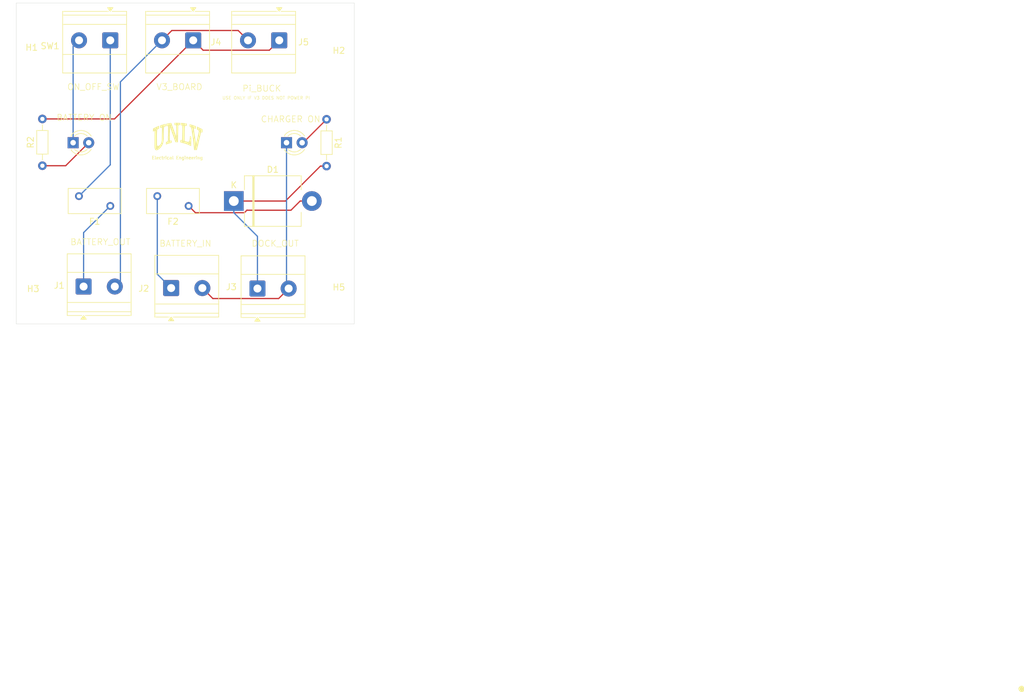
<source format=kicad_pcb>
(kicad_pcb (version 20241229) (generator "pcbnew") (generator_version "9.0")
  (layers (0 "F.Cu" signal) (2 "B.Cu" signal) (13 "F.Paste" user) (15 "B.Paste" user) (5 "F.SilkS" user "F.Silkscreen") (7 "B.SilkS" user "B.Silkscreen") (1 "F.Mask" user) (3 "B.Mask" user) (25 "Edge.Cuts" user))
  (net 0 "")
  (net 1 "DOCK_OUT+")
  (net 2 "GND")
  (net 3 "Net-(D1-A)")
  (net 4 "Net-(SW1-A)")
  (net 5 "/BAT_OUT+")
  (net 6 "/BAT_IN+")
  (net 7 "/BAT_IN-")
  (net 8 "VBAT_ready")
  (net 9 "Net-(LED1-A)")
  (net 10 "Net-(LED2-K)")
  (net 11 "Net-(LED2-A)")
  (footprint "Resistor_THT:R_Axial_DIN0204_L3.6mm_D1.6mm_P7.62mm_Horizontal" (layer "F.Cu") (at 101.75 64.25 90)
    (property "Reference" "R2" (at 3.81 -1.92 90) (layer "F.SilkS"))
    (property "Value" "2.2k")
    (fp_line (start 5.73 -0.92) (end 1.89 -0.92) (stroke (width 0.12)) (layer "F.SilkS"))
    (fp_line (start 1.89 -0.92) (end 1.89 0.92) (stroke (width 0.12)) (layer "F.SilkS"))
    (fp_line (start 6.68 0) (end 5.73 0) (stroke (width 0.12)) (layer "F.SilkS"))
    (fp_line (start 0.94 0) (end 1.89 0) (stroke (width 0.12)) (layer "F.SilkS"))
    (fp_line (start 5.73 0.92) (end 5.73 -0.92) (stroke (width 0.12)) (layer "F.SilkS"))
    (fp_line (start 1.89 0.92) (end 5.73 0.92) (stroke (width 0.12)) (layer "F.SilkS"))
    (pad "1" thru_hole circle (at 0 0 90) (size 1.4 1.4) (drill 0.7) (layers "*.Cu" "*.Mask") (net 11 "Net-(LED2-A)"))
    (pad "2" thru_hole oval (at 7.62 0 90) (size 1.4 1.4) (drill 0.7) (layers "*.Cu" "*.Mask") (net 8 "VBAT_ready"))
  )
  (footprint "Diode_THT:D_5KPW_P12.70mm_Horizontal" (layer "F.Cu") (at 132.9 70)
    (property "Reference" "D1" (at 6.35 -5.12 0) (layer "F.SilkS"))
    (property "Value" "D_Schottky")
    (fp_line (start 1.73 -4.12) (end 10.97 -4.12) (stroke (width 0.12)) (layer "F.SilkS"))
    (fp_line (start 1.73 -1.84) (end 1.73 -4.12) (stroke (width 0.12)) (layer "F.SilkS"))
    (fp_line (start 1.73 1.84) (end 1.73 4.12) (stroke (width 0.12)) (layer "F.SilkS"))
    (fp_line (start 1.73 4.12) (end 10.97 4.12) (stroke (width 0.12)) (layer "F.SilkS"))
    (fp_line (start 3.08 -4.12) (end 3.08 4.12) (stroke (width 0.12)) (layer "F.SilkS"))
    (fp_line (start 3.2 -4.12) (end 3.2 4.12) (stroke (width 0.12)) (layer "F.SilkS"))
    (fp_line (start 3.32 -4.12) (end 3.32 4.12) (stroke (width 0.12)) (layer "F.SilkS"))
    (fp_line (start 10.97 -4.12) (end 10.97 -1.84) (stroke (width 0.12)) (layer "F.SilkS"))
    (fp_line (start 10.97 4.12) (end 10.97 1.84) (stroke (width 0.12)) (layer "F.SilkS"))
    (fp_text user "K" (at 0 -2.6 0) (layer "F.SilkS"))
    (pad "1" thru_hole rect (at 0 0) (size 3.2 3.2) (drill 1.6) (layers "*.Cu" "*.Mask") (net 1 "DOCK_OUT+"))
    (pad "2" thru_hole oval (at 12.7 0) (size 3.2 3.2) (drill 1.6) (layers "*.Cu" "*.Mask") (net 3 "Net-(D1-A)"))
  )
  (footprint "MountingHole:MountingHole_2.1mm" (layer "F.Cu") (at 100.25 87.5)
    (property "Reference" "H3" (at 0 -3.2 0) (layer "F.SilkS"))
    (property "Value" "MountingHole")
    (pad "" np_thru_hole circle (at 0 0) (size 2.1 2.1) (drill 2.1) (layers "*.Cu" "*.Mask"))
  )
  (footprint "Resistor_THT:R_Axial_DIN0204_L3.6mm_D1.6mm_P7.62mm_Horizontal" (layer "F.Cu") (at 148 56.69 -90)
    (property "Reference" "R1" (at 3.81 -1.92 90) (layer "F.SilkS"))
    (property "Value" "2.2k")
    (fp_line (start 1.89 0.92) (end 5.73 0.92) (stroke (width 0.12)) (layer "F.SilkS"))
    (fp_line (start 5.73 0.92) (end 5.73 -0.92) (stroke (width 0.12)) (layer "F.SilkS"))
    (fp_line (start 0.94 0) (end 1.89 0) (stroke (width 0.12)) (layer "F.SilkS"))
    (fp_line (start 6.68 0) (end 5.73 0) (stroke (width 0.12)) (layer "F.SilkS"))
    (fp_line (start 1.89 -0.92) (end 1.89 0.92) (stroke (width 0.12)) (layer "F.SilkS"))
    (fp_line (start 5.73 -0.92) (end 1.89 -0.92) (stroke (width 0.12)) (layer "F.SilkS"))
    (pad "1" thru_hole circle (at 0 0 270) (size 1.4 1.4) (drill 0.7) (layers "*.Cu" "*.Mask") (net 9 "Net-(LED1-A)"))
    (pad "2" thru_hole oval (at 7.62 0 270) (size 1.4 1.4) (drill 0.7) (layers "*.Cu" "*.Mask") (net 1 "DOCK_OUT+"))
  )
  (footprint "TerminalBlock_Phoenix:TerminalBlock_Phoenix_MKDS-1,5-2-5.08_1x02_P5.08mm_Horizontal" (layer "F.Cu") (at 122.705 84.1725)
    (property "Reference" "J2" (at -4.455 0.0775 0) (layer "F.SilkS"))
    (property "Value" "Battery_INPUT")
    (fp_line (start -2.66 -5.32) (end -2.66 4.72) (stroke (width 0.12)) (layer "F.SilkS"))
    (fp_line (start -2.66 -5.32) (end 7.74 -5.32) (stroke (width 0.12)) (layer "F.SilkS"))
    (fp_line (start -2.66 -2.3) (end 7.74 -2.3) (stroke (width 0.12)) (layer "F.SilkS"))
    (fp_line (start -2.66 2.6) (end 7.74 2.6) (stroke (width 0.12)) (layer "F.SilkS"))
    (fp_line (start -2.66 4.1) (end 7.74 4.1) (stroke (width 0.12)) (layer "F.SilkS"))
    (fp_line (start -2.66 4.72) (end -0.3 4.72) (stroke (width 0.12)) (layer "F.SilkS"))
    (fp_line (start 0.3 4.72) (end 7.74 4.72) (stroke (width 0.12)) (layer "F.SilkS"))
    (fp_line (start 7.74 -5.32) (end 7.74 4.72) (stroke (width 0.12)) (layer "F.SilkS"))
    (fp_poly (pts (xy 0 4.72) (xy 0.44 5.33) (xy -0.44 5.33)) (stroke (width 0.12)) (fill yes) (layer "F.SilkS"))
    (pad "1" thru_hole roundrect (at 0 0) (size 2.6 2.6) (drill 1.3) (layers "*.Cu" "*.Mask") (roundrect_rratio 0.096154) (net 6 "/BAT_IN+"))
    (pad "2" thru_hole circle (at 5.08 0) (size 2.6 2.6) (drill 1.3) (layers "*.Cu" "*.Mask") (net 7 "/BAT_IN-"))
  )
  (footprint "TerminalBlock_Phoenix:TerminalBlock_Phoenix_MKDS-1,5-2-5.08_1x02_P5.08mm_Horizontal" (layer "F.Cu") (at 126.295 43.8275 180)
    (property "Reference" "J4" (at -3.705 -0.3 0) (layer "F.SilkS"))
    (property "Value" "Motor_Driver1")
    (fp_line (start 7.74 -5.32) (end 7.74 4.72) (stroke (width 0.12)) (layer "F.SilkS"))
    (fp_line (start 0.3 4.72) (end 7.74 4.72) (stroke (width 0.12)) (layer "F.SilkS"))
    (fp_line (start -2.66 4.72) (end -0.3 4.72) (stroke (width 0.12)) (layer "F.SilkS"))
    (fp_line (start -2.66 4.1) (end 7.74 4.1) (stroke (width 0.12)) (layer "F.SilkS"))
    (fp_line (start -2.66 2.6) (end 7.74 2.6) (stroke (width 0.12)) (layer "F.SilkS"))
    (fp_line (start -2.66 -2.3) (end 7.74 -2.3) (stroke (width 0.12)) (layer "F.SilkS"))
    (fp_line (start -2.66 -5.32) (end 7.74 -5.32) (stroke (width 0.12)) (layer "F.SilkS"))
    (fp_line (start -2.66 -5.32) (end -2.66 4.72) (stroke (width 0.12)) (layer "F.SilkS"))
    (fp_poly (pts (xy 0 4.72) (xy 0.44 5.33) (xy -0.44 5.33)) (stroke (width 0.12)) (fill yes) (layer "F.SilkS"))
    (pad "1" thru_hole roundrect (at 0 0 180) (size 2.6 2.6) (drill 1.3) (layers "*.Cu" "*.Mask") (roundrect_rratio 0.096154) (net 8 "VBAT_ready"))
    (pad "2" thru_hole circle (at 5.08 0 180) (size 2.6 2.6) (drill 1.3) (layers "*.Cu" "*.Mask") (net 2 "GND"))
  )
  (footprint "MountingHole:MountingHole_2.1mm" (layer "F.Cu") (at 150 40.5)
    (property "Reference" "H2" (at 0 5 0) (layer "F.SilkS"))
    (property "Value" "MountingHole")
    (pad "" np_thru_hole circle (at 0 0) (size 2.1 2.1) (drill 2.1) (layers "*.Cu" "*.Mask"))
  )
  (footprint "MountingHole:MountingHole_2.1mm" (layer "F.Cu") (at 100 40.5)
    (property "Reference" "H1" (at 0 4.5 0) (layer "F.SilkS"))
    (property "Value" "MountingHole")
    (pad "" np_thru_hole circle (at 0 0) (size 2.1 2.1) (drill 2.1) (layers "*.Cu" "*.Mask"))
  )
  (footprint "MountingHole:MountingHole_2.1mm" (layer "F.Cu") (at 150 87.25)
    (property "Reference" "H5" (at 0 -3.2 0) (layer "F.SilkS"))
    (property "Value" "MountingHole")
    (pad "" np_thru_hole circle (at 0 0) (size 2.1 2.1) (drill 2.1) (layers "*.Cu" "*.Mask"))
  )
  (footprint "LED_THT:LED_D3.0mm" (layer "F.Cu") (at 106.75 60.5)
    (property "Reference" "LED2" (hide yes))
    (property "Value" "POWER_ON")
    (fp_line (start -0.29 -1.236) (end -0.29 -1.08) (stroke (width 0.12)) (layer "F.SilkS"))
    (fp_line (start -0.29 1.08) (end -0.29 1.236) (stroke (width 0.12)) (layer "F.SilkS"))
    (fp_arc (start -0.29 -1.235516) (mid 1.365624 -1.987701) (end 2.941397 -1.080061) (stroke (width 0.12)) (layer "F.SilkS"))
    (fp_arc (start 0.229039 -1.08) (mid 1.269964 -1.5) (end 2.31091 -1.080049) (stroke (width 0.12)) (layer "F.SilkS"))
    (fp_arc (start 2.31091 1.080049) (mid 1.269964 1.5) (end 0.229039 1.08) (stroke (width 0.12)) (layer "F.SilkS"))
    (fp_arc (start 2.941397 1.080061) (mid 1.365624 1.987701) (end -0.29 1.235516) (stroke (width 0.12)) (layer "F.SilkS"))
    (pad "1" thru_hole rect (at 0 0) (size 1.8 1.8) (drill 0.9) (layers "*.Cu" "*.Mask") (net 10 "Net-(LED2-K)"))
    (pad "2" thru_hole circle (at 2.54 0) (size 1.8 1.8) (drill 0.9) (layers "*.Cu" "*.Mask") (net 11 "Net-(LED2-A)"))
  )
  (footprint "Fuse:Fuse_BelFuse_0ZRE0005FF_L8.3mm_W3.8mm" (layer "F.Cu") (at 112.8 70.8 180)
    (property "Reference" "F1" (at 2.54 -2.54 0) (layer "F.SilkS"))
    (property "Value" "Fuse")
    (fp_line (start 6.85 -1.25) (end 6.85 2.85) (stroke (width 0.12)) (layer "F.SilkS"))
    (fp_line (start -1.75 2.85) (end 6.85 2.85) (stroke (width 0.12)) (layer "F.SilkS"))
    (fp_line (start -1.75 -1.25) (end 6.85 -1.25) (stroke (width 0.12)) (layer "F.SilkS"))
    (fp_line (start -1.75 -1.25) (end -1.75 2.85) (stroke (width 0.12)) (layer "F.SilkS"))
    (pad "1" thru_hole circle (at 0 0 180) (size 1.27 1.27) (drill 0.71) (layers "*.Cu" "*.Mask") (net 5 "/BAT_OUT+"))
    (pad "2" thru_hole circle (at 5.1 1.6 180) (size 1.27 1.27) (drill 0.71) (layers "*.Cu" "*.Mask") (net 4 "Net-(SW1-A)"))
  )
  (footprint "TerminalBlock_Phoenix:TerminalBlock_Phoenix_MKDS-1,5-2-5.08_1x02_P5.08mm_Horizontal" (layer "F.Cu") (at 136.75 84.25)
    (property "Reference" "J3" (at -4.25 -0.25 0) (layer "F.SilkS"))
    (property "Value" "PogoPin(CHARGER)")
    (fp_line (start -2.66 -5.32) (end -2.66 4.72) (stroke (width 0.12)) (layer "F.SilkS"))
    (fp_line (start -2.66 -5.32) (end 7.74 -5.32) (stroke (width 0.12)) (layer "F.SilkS"))
    (fp_line (start -2.66 -2.3) (end 7.74 -2.3) (stroke (width 0.12)) (layer "F.SilkS"))
    (fp_line (start -2.66 2.6) (end 7.74 2.6) (stroke (width 0.12)) (layer "F.SilkS"))
    (fp_line (start -2.66 4.1) (end 7.74 4.1) (stroke (width 0.12)) (layer "F.SilkS"))
    (fp_line (start -2.66 4.72) (end -0.3 4.72) (stroke (width 0.12)) (layer "F.SilkS"))
    (fp_line (start 0.3 4.72) (end 7.74 4.72) (stroke (width 0.12)) (layer "F.SilkS"))
    (fp_line (start 7.74 -5.32) (end 7.74 4.72) (stroke (width 0.12)) (layer "F.SilkS"))
    (fp_poly (pts (xy 0 4.72) (xy 0.44 5.33) (xy -0.44 5.33)) (stroke (width 0.12)) (fill yes) (layer "F.SilkS"))
    (pad "1" thru_hole roundrect (at 0 0) (size 2.6 2.6) (drill 1.3) (layers "*.Cu" "*.Mask") (roundrect_rratio 0.096154) (net 1 "DOCK_OUT+"))
    (pad "2" thru_hole circle (at 5.08 0) (size 2.6 2.6) (drill 1.3) (layers "*.Cu" "*.Mask") (net 7 "/BAT_IN-"))
  )
  (footprint "TerminalBlock_Phoenix:TerminalBlock_Phoenix_MKDS-1,5-2-5.08_1x02_P5.08mm_Horizontal" (layer "F.Cu") (at 112.795 43.8275 180)
    (property "Reference" "SW1" (at 9.795 -0.9225 0) (layer "F.SilkS"))
    (property "Value" "kill_switch")
    (fp_line (start 7.74 -5.32) (end 7.74 4.72) (stroke (width 0.12)) (layer "F.SilkS"))
    (fp_line (start 0.3 4.72) (end 7.74 4.72) (stroke (width 0.12)) (layer "F.SilkS"))
    (fp_line (start -2.66 4.72) (end -0.3 4.72) (stroke (width 0.12)) (layer "F.SilkS"))
    (fp_line (start -2.66 4.1) (end 7.74 4.1) (stroke (width 0.12)) (layer "F.SilkS"))
    (fp_line (start -2.66 2.6) (end 7.74 2.6) (stroke (width 0.12)) (layer "F.SilkS"))
    (fp_line (start -2.66 -2.3) (end 7.74 -2.3) (stroke (width 0.12)) (layer "F.SilkS"))
    (fp_line (start -2.66 -5.32) (end 7.74 -5.32) (stroke (width 0.12)) (layer "F.SilkS"))
    (fp_line (start -2.66 -5.32) (end -2.66 4.72) (stroke (width 0.12)) (layer "F.SilkS"))
    (fp_poly (pts (xy 0 4.72) (xy 0.44 5.33) (xy -0.44 5.33)) (stroke (width 0.12)) (fill yes) (layer "F.SilkS"))
    (pad "1" thru_hole roundrect (at 0 0 180) (size 2.6 2.6) (drill 1.3) (layers "*.Cu" "*.Mask") (roundrect_rratio 0.096154) (net 4 "Net-(SW1-A)"))
    (pad "2" thru_hole circle (at 5.08 0 180) (size 2.6 2.6) (drill 1.3) (layers "*.Cu" "*.Mask") (net 10 "Net-(LED2-K)"))
  )
  (footprint "TerminalBlock_Phoenix:TerminalBlock_Phoenix_MKDS-1,5-2-5.08_1x02_P5.08mm_Horizontal" (layer "F.Cu") (at 140.295 43.8275 180)
    (property "Reference" "J5" (at -3.955 -0.3 0) (layer "F.SilkS"))
    (property "Value" "PI_BUCK")
    (fp_line (start 7.74 -5.32) (end 7.74 4.72) (stroke (width 0.12)) (layer "F.SilkS"))
    (fp_line (start 0.3 4.72) (end 7.74 4.72) (stroke (width 0.12)) (layer "F.SilkS"))
    (fp_line (start -2.66 4.72) (end -0.3 4.72) (stroke (width 0.12)) (layer "F.SilkS"))
    (fp_line (start -2.66 4.1) (end 7.74 4.1) (stroke (width 0.12)) (layer "F.SilkS"))
    (fp_line (start -2.66 2.6) (end 7.74 2.6) (stroke (width 0.12)) (layer "F.SilkS"))
    (fp_line (start -2.66 -2.3) (end 7.74 -2.3) (stroke (width 0.12)) (layer "F.SilkS"))
    (fp_line (start -2.66 -5.32) (end 7.74 -5.32) (stroke (width 0.12)) (layer "F.SilkS"))
    (fp_line (start -2.66 -5.32) (end -2.66 4.72) (stroke (width 0.12)) (layer "F.SilkS"))
    (fp_poly (pts (xy 0 4.72) (xy 0.44 5.33) (xy -0.44 5.33)) (stroke (width 0.12)) (fill yes) (layer "F.SilkS"))
    (pad "1" thru_hole roundrect (at 0 0 180) (size 2.6 2.6) (drill 1.3) (layers "*.Cu" "*.Mask") (roundrect_rratio 0.096154) (net 8 "VBAT_ready"))
    (pad "2" thru_hole circle (at 5.08 0 180) (size 2.6 2.6) (drill 1.3) (layers "*.Cu" "*.Mask") (net 2 "GND"))
  )
  (footprint "TerminalBlock_Phoenix:TerminalBlock_Phoenix_MKDS-1,5-2-5.08_1x02_P5.08mm_Horizontal" (layer "F.Cu") (at 108.455 83.9225)
    (property "Reference" "J1" (at -3.955 -0.1725 0) (layer "F.SilkS"))
    (property "Value" "Battery_OUTPUT")
    (fp_line (start -2.66 -5.32) (end -2.66 4.72) (stroke (width 0.12)) (layer "F.SilkS"))
    (fp_line (start -2.66 -5.32) (end 7.74 -5.32) (stroke (width 0.12)) (layer "F.SilkS"))
    (fp_line (start -2.66 -2.3) (end 7.74 -2.3) (stroke (width 0.12)) (layer "F.SilkS"))
    (fp_line (start -2.66 2.6) (end 7.74 2.6) (stroke (width 0.12)) (layer "F.SilkS"))
    (fp_line (start -2.66 4.1) (end 7.74 4.1) (stroke (width 0.12)) (layer "F.SilkS"))
    (fp_line (start -2.66 4.72) (end -0.3 4.72) (stroke (width 0.12)) (layer "F.SilkS"))
    (fp_line (start 0.3 4.72) (end 7.74 4.72) (stroke (width 0.12)) (layer "F.SilkS"))
    (fp_line (start 7.74 -5.32) (end 7.74 4.72) (stroke (width 0.12)) (layer "F.SilkS"))
    (fp_poly (pts (xy 0 4.72) (xy 0.44 5.33) (xy -0.44 5.33)) (stroke (width 0.12)) (fill yes) (layer "F.SilkS"))
    (pad "1" thru_hole roundrect (at 0 0) (size 2.6 2.6) (drill 1.3) (layers "*.Cu" "*.Mask") (roundrect_rratio 0.096154) (net 5 "/BAT_OUT+"))
    (pad "2" thru_hole circle (at 5.08 0) (size 2.6 2.6) (drill 1.3) (layers "*.Cu" "*.Mask") (net 2 "GND"))
  )
  (footprint "LED_THT:LED_D3.0mm" (layer "F.Cu") (at 141.48 60.5)
    (property "Reference" "LED1" (hide yes))
    (property "Value" "DOCK_PRESENT")
    (fp_line (start -0.29 -1.236) (end -0.29 -1.08) (stroke (width 0.12)) (layer "F.SilkS"))
    (fp_line (start -0.29 1.08) (end -0.29 1.236) (stroke (width 0.12)) (layer "F.SilkS"))
    (fp_arc (start -0.29 -1.235516) (mid 1.365624 -1.987701) (end 2.941397 -1.080061) (stroke (width 0.12)) (layer "F.SilkS"))
    (fp_arc (start 0.229039 -1.08) (mid 1.269964 -1.5) (end 2.31091 -1.080049) (stroke (width 0.12)) (layer "F.SilkS"))
    (fp_arc (start 2.31091 1.080049) (mid 1.269964 1.5) (end 0.229039 1.08) (stroke (width 0.12)) (layer "F.SilkS"))
    (fp_arc (start 2.941397 1.080061) (mid 1.365624 1.987701) (end -0.29 1.235516) (stroke (width 0.12)) (layer "F.SilkS"))
    (pad "1" thru_hole rect (at 0 0) (size 1.8 1.8) (drill 0.9) (layers "*.Cu" "*.Mask") (net 7 "/BAT_IN-"))
    (pad "2" thru_hole circle (at 2.54 0) (size 1.8 1.8) (drill 0.9) (layers "*.Cu" "*.Mask") (net 9 "Net-(LED1-A)"))
  )
  (footprint "Fuse:Fuse_BelFuse_0ZRE0005FF_L8.3mm_W3.8mm" (layer "F.Cu") (at 125.55 70.8 180)
    (property "Reference" "F2" (at 2.54 -2.54 0) (layer "F.SilkS"))
    (property "Value" "Fuse")
    (fp_line (start 6.85 -1.25) (end 6.85 2.85) (stroke (width 0.12)) (layer "F.SilkS"))
    (fp_line (start -1.75 2.85) (end 6.85 2.85) (stroke (width 0.12)) (layer "F.SilkS"))
    (fp_line (start -1.75 -1.25) (end 6.85 -1.25) (stroke (width 0.12)) (layer "F.SilkS"))
    (fp_line (start -1.75 -1.25) (end -1.75 2.85) (stroke (width 0.12)) (layer "F.SilkS"))
    (pad "1" thru_hole circle (at 0 0 180) (size 1.27 1.27) (drill 0.71) (layers "*.Cu" "*.Mask") (net 3 "Net-(D1-A)"))
    (pad "2" thru_hole circle (at 5.1 1.6 180) (size 1.27 1.27) (drill 0.71) (layers "*.Cu" "*.Mask") (net 6 "/BAT_IN+"))
  )
  (gr_poly (pts (xy 124.143125 57.627917) (xy 123.957917 57.641146) (xy 123.891771 57.694062) (xy 123.865312 57.799896) (xy 123.812396 60.4325) (xy 123.389063 60.419271) (xy 122.9525 59.175729) (xy 122.926042 59.149271) (xy 122.912813 59.069896) (xy 122.846667 58.924375) (xy 122.701146 58.461354) (xy 122.555625 58.064479) (xy 122.529167 58.038021) (xy 122.515938 58.792083) (xy 122.489479 58.964063) (xy 122.489479 60.035625) (xy 122.515938 60.128229) (xy 122.568854 60.167916) (xy 122.79375 60.141458) (xy 122.780521 60.525104) (xy 122.449792 60.604479) (xy 122 60.75) (xy 121.894167 60.802916) (xy 121.84125 60.802916) (xy 121.854479 60.406041) (xy 121.867708 60.379583) (xy 122.066146 60.313437) (xy 122.145521 60.234062) (xy 122.185209 60.009167) (xy 122.171979 59.559375) (xy 122.198438 59.241875) (xy 122.198438 57.852812) (xy 122.171979 57.813125) (xy 122.119063 57.786667) (xy 121.907396 57.813125) (xy 121.920625 57.403021) (xy 122.674688 57.283958) (xy 122.740834 57.297187) (xy 123.508125 59.440312) (xy 123.547813 58.765625) (xy 123.534584 57.720521) (xy 123.455208 57.641146) (xy 123.243542 57.641146) (xy 123.243542 57.2575) (xy 124.143125 57.2575)) (fill yes) (layer "F.SilkS"))
  (gr_poly (pts (xy 124.579687 57.297187) (xy 124.844271 57.310417) (xy 124.923646 57.336875) (xy 125.201458 57.363333) (xy 125.254375 57.389792) (xy 125.241146 57.773437) (xy 125.055937 57.746979) (xy 124.989792 57.773437) (xy 124.950104 57.839583) (xy 124.923646 58.196771) (xy 124.897188 60.181146) (xy 124.923646 60.207604) (xy 125.320521 60.339896) (xy 125.545417 60.353125) (xy 125.624792 60.286979) (xy 125.690938 60.141458) (xy 125.743854 59.7975) (xy 125.757083 59.453542) (xy 125.81 59.453542) (xy 125.96875 59.519687) (xy 125.981979 60.194375) (xy 125.955521 61.041042) (xy 125.902604 61.041042) (xy 125.505729 60.855833) (xy 124.923646 60.644167) (xy 124.196042 60.458958) (xy 124.196042 60.075312) (xy 124.434167 60.075312) (xy 124.473854 60.009167) (xy 124.487083 59.929791) (xy 124.526771 58.342292) (xy 124.513542 57.760208) (xy 124.460625 57.694062) (xy 124.407708 57.667604) (xy 124.248958 57.641146) (xy 124.248958 57.270729) (xy 124.487083 57.270729)) (fill yes) (layer "F.SilkS"))
  (gr_poly (pts (xy 121.814792 57.839583) (xy 121.616354 57.918958) (xy 121.536979 58.024792) (xy 121.497292 59.122812) (xy 121.497292 59.95625) (xy 121.444375 60.392812) (xy 121.351771 60.723542) (xy 121.140104 61.120417) (xy 120.862292 61.437917) (xy 120.677084 61.583437) (xy 120.452188 61.715729) (xy 120.346354 61.742187) (xy 120.227292 61.728958) (xy 120.121459 61.649583) (xy 120.068542 61.570208) (xy 120.015625 61.385) (xy 119.989167 61.146875) (xy 120.015625 58.68625) (xy 119.962709 58.606875) (xy 119.909792 58.606875) (xy 119.790729 58.68625) (xy 119.737813 58.68625) (xy 119.751042 58.196771) (xy 120.359584 57.8925) (xy 120.399271 57.8925) (xy 120.677084 57.760208) (xy 120.756459 57.760208) (xy 120.743229 58.196771) (xy 120.518334 58.315833) (xy 120.452188 58.395208) (xy 120.425729 58.553958) (xy 120.399271 59.069896) (xy 120.399271 60.842604) (xy 120.478646 61.001354) (xy 120.544792 61.041042) (xy 120.624167 61.027812) (xy 120.809375 60.921979) (xy 121.021042 60.683854) (xy 121.100417 60.511875) (xy 121.179792 60.141458) (xy 121.20625 58.143854) (xy 121.153334 58.064479) (xy 120.915209 58.104167) (xy 120.928438 57.680833) (xy 121.087188 57.614687) (xy 121.153334 57.614687) (xy 121.510521 57.495625) (xy 121.576667 57.495625) (xy 121.735417 57.442708) (xy 121.814792 57.442708)) (fill yes) (layer "F.SilkS"))
  (gr_poly (pts (xy 125.849687 57.508854) (xy 126.722812 57.799896) (xy 126.709584 58.249687) (xy 126.656667 58.249687) (xy 126.524375 58.183542) (xy 126.471458 58.183542) (xy 126.431771 58.223229) (xy 126.418542 58.342292) (xy 126.471458 58.792083) (xy 126.550833 59.228646) (xy 126.550833 59.334479) (xy 126.60375 59.572604) (xy 126.60375 59.691667) (xy 126.656667 59.943021) (xy 126.656667 60.062083) (xy 126.722812 60.366354) (xy 126.736042 60.57802) (xy 126.7625 60.604479) (xy 127.053542 59.400625) (xy 127.053542 59.334479) (xy 127.199063 58.699479) (xy 127.199063 58.593646) (xy 127.159375 58.514271) (xy 127.06677 58.434896) (xy 126.908021 58.355521) (xy 126.908021 57.8925) (xy 126.960938 57.8925) (xy 127.172604 57.985104) (xy 127.754688 58.289375) (xy 127.820833 58.342292) (xy 127.807604 58.831771) (xy 127.622396 58.792083) (xy 127.543021 58.911146) (xy 127.450417 59.374166) (xy 127.3975 59.532916) (xy 127.3975 59.599062) (xy 127.225521 60.260521) (xy 127.172604 60.564791) (xy 127.146146 60.604479) (xy 127.106459 60.829375) (xy 126.881562 61.7025) (xy 126.458229 61.7025) (xy 126.431771 61.662812) (xy 126.365625 60.895521) (xy 126.339167 60.802916) (xy 126.312709 60.419271) (xy 126.259792 60.088542) (xy 126.259792 59.943021) (xy 126.233333 59.863646) (xy 126.233333 59.757812) (xy 126.206875 59.678437) (xy 126.140729 59.136042) (xy 126.087812 58.897917) (xy 126.034896 58.408437) (xy 125.981979 58.170312) (xy 125.929063 58.038021) (xy 125.836458 57.945417) (xy 125.704167 57.8925) (xy 125.717396 57.495625)) (fill yes) (layer "F.SilkS"))
  (gr_poly (pts (xy 261.167694 148.940106) (xy 261.199209 148.944841) (xy 261.229755 148.952341) (xy 261.259248 148.962566) (xy 261.287605 148.975479) (xy 261.31474 148.99104) (xy 261.340571 149.009211) (xy 261.365013 149.029953) (xy 261.387983 149.053226) (xy 261.409395 149.078993) (xy 261.429167 149.107215) (xy 261.447214 149.137853) (xy 261.463452 149.170867) (xy 261.477798 149.20622) (xy 261.490167 149.243872) (xy 261.500476 149.283785) (xy 261.50864 149.325921) (xy 261.514575 149.370239) (xy 261.518198 149.416702) (xy 261.519424 149.465271) (xy 261.519014 149.491618) (xy 261.517796 149.517721) (xy 261.515791 149.543539) (xy 261.513017 149.569034) (xy 261.509493 149.594167) (xy 261.50524 149.6189) (xy 261.500276 149.643194) (xy 261.494621 149.66701) (xy 261.488295 149.690309) (xy 261.481316 149.713053) (xy 261.473704 149.735202) (xy 261.465478 149.756719) (xy 261.456658 149.777564) (xy 261.447263 149.797698) (xy 261.437313 149.817083) (xy 261.426826 149.83568) (xy 261.415823 149.85345) (xy 261.404322 149.870355) (xy 261.392343 149.886355) (xy 261.379906 149.901412) (xy 261.367029 149.915488) (xy 261.353733 149.928542) (xy 261.340036 149.940538) (xy 261.325957 149.951435) (xy 261.311517 149.961196) (xy 261.296735 149.969781) (xy 261.281629 149.977151) (xy 261.26622 149.983268) (xy 261.250527 149.988094) (xy 261.234568 149.991588) (xy 261.218365 149.993713) (xy 261.201934 149.99443) (xy 261.159366 149.992803) (xy 261.117709 149.988023) (xy 261.077047 149.980245) (xy 261.037464 149.969626) (xy 260.999043 149.956319) (xy 260.961869 149.940481) (xy 260.926026 149.922265) (xy 260.891598 149.901827) (xy 260.858668 149.879322) (xy 260.827321 149.854905) (xy 260.79764 149.828732) (xy 260.76971 149.800956) (xy 260.743615 149.771733) (xy 260.719438 149.741218) (xy 260.697263 149.709567) (xy 260.677175 149.676933) (xy 260.659257 149.643473) (xy 260.643594 149.609341) (xy 260.630269 149.574692) (xy 260.619367 149.539681) (xy 260.61097 149.504464) (xy 260.605164 149.469195) (xy 260.602032 149.434029) (xy 260.601658 149.399122) (xy 260.604127 149.364628) (xy 260.609521 149.330702) (xy 260.617925 149.2975) (xy 260.629424 149.265176) (xy 260.644101 149.233886) (xy 260.662039 149.203784) (xy 260.683324 149.175026) (xy 260.708038 149.147766) (xy 260.744507 149.113034) (xy 260.781098 149.08157) (xy 260.817729 149.053336) (xy 260.854314 149.028293) (xy 260.89077 149.006403) (xy 260.927013 148.987625) (xy 260.962959 148.971923) (xy 260.998524 148.959256) (xy 261.033624 148.949587) (xy 261.068175 148.942876) (xy 261.102093 148.939084) (xy 261.135294 148.938174)) (fill yes) (layer "F.SilkS"))
  (gr_line (start 97.5 37.75) (end 97.5 90) (stroke (width 0.05)) (layer "Edge.Cuts"))
  (gr_line (start 152.5 37.75) (end 152.5 90) (stroke (width 0.05)) (layer "Edge.Cuts"))
  (gr_line (start 152.5 90) (end 97.5 90) (stroke (width 0.05)) (layer "Edge.Cuts"))
  (gr_line (start 97.5 37.75) (end 152.5 37.75) (stroke (width 0.05)) (layer "Edge.Cuts"))
  (gr_text "USE ONLY IF V3 DOES NOT POWER PI" (at 131 53.5 0) (layer "F.SilkS") (effects (font (size 0.5 0.5) (thickness 0.07)) (justify left bottom)))
  (gr_text "ON_OFF_SW\n" (at 105.75 52 0) (layer "F.SilkS") (effects (font (size 1 1) (thickness 0.1)) (justify left bottom)))
  (gr_text "BATTERY_IN" (at 120.75 77.5 0) (layer "F.SilkS") (effects (font (size 1 1) (thickness 0.1)) (justify left bottom)))
  (gr_text "CHARGER ON\n" (at 137.25 57.25 0) (layer "F.SilkS") (effects (font (size 1 1) (thickness 0.1)) (justify left bottom)))
  (gr_text "Electrical Engineering" (at 119.5 63.25 0) (layer "F.SilkS") (effects (font (size 0.5 0.5) (thickness 0.1)) (justify left bottom)))
  (gr_text "BATTERY ON" (at 104 57 0) (layer "F.SilkS") (effects (font (size 1 1) (thickness 0.1)) (justify left bottom)))
  (gr_text "BATTERY_OUT\n" (at 106.25 77.25 0) (layer "F.SilkS") (effects (font (size 1 1) (thickness 0.1)) (justify left bottom)))
  (gr_text "DOCK_OUT\n" (at 135.75 77.5 0) (layer "F.SilkS") (effects (font (size 1 1) (thickness 0.1)) (justify left bottom)))
  (gr_text "V3_BOARD\n" (at 120.25 52 0) (layer "F.SilkS") (effects (font (size 1 1) (thickness 0.1)) (justify left bottom)))
  (gr_text "Pi_BUCK" (at 134.25 52.25 0) (layer "F.SilkS") (effects (font (size 1 1) (thickness 0.1)) (justify left bottom)))
  (segment (start 148 64.31) (end 146.9983 64.31) (width 0.2) (layer "F.Cu") (net 1))
  (segment (start 146.9983 64.31) (end 141.3083 70) (width 0.2) (layer "F.Cu") (net 1))
  (segment (start 141.3083 70) (end 132.9 70) (width 0.2) (layer "F.Cu") (net 1))
  (segment (start 132.9 70) (end 132.9 71.9017) (width 0.2) (layer "B.Cu") (net 1))
  (segment (start 136.75 75.7517) (end 136.75 84.25) (width 0.2) (layer "B.Cu") (net 1))
  (segment (start 132.9 71.9017) (end 136.75 75.7517) (width 0.2) (layer "B.Cu") (net 1))
  (segment (start 133.6122 42.2247) (end 135.215 43.8275) (width 0.2) (layer "F.Cu") (net 2))
  (segment (start 122.8178 42.2247) (end 133.6122 42.2247) (width 0.2) (layer "F.Cu") (net 2))
  (segment (start 121.215 43.8275) (end 122.8178 42.2247) (width 0.2) (layer "F.Cu") (net 2))
  (segment (start 113.535 83.9225) (end 114.4488 83.0087) (width 0.2) (layer "B.Cu") (net 2))
  (segment (start 114.4488 83.0087) (end 114.4488 50.5937) (width 0.2) (layer "B.Cu") (net 2))
  (segment (start 114.4488 50.5937) (end 121.215 43.8275) (width 0.2) (layer "B.Cu") (net 2))
  (segment (start 135.0268 71.4999) (end 135.0268 71.4998) (width 0.2) (layer "F.Cu") (net 3))
  (segment (start 134.625 71.9017) (end 135.0268 71.4999) (width 0.2) (layer "F.Cu") (net 3))
  (segment (start 126.6517 71.9017) (end 134.625 71.9017) (width 0.2) (layer "F.Cu") (net 3))
  (segment (start 135.0268 71.4998) (end 142.1985 71.4998) (width 0.2) (layer "F.Cu") (net 3))
  (segment (start 142.1985 71.4998) (end 143.6983 70) (width 0.2) (layer "F.Cu") (net 3))
  (segment (start 145.6 70) (end 143.6983 70) (width 0.2) (layer "F.Cu") (net 3))
  (segment (start 125.55 70.8) (end 126.6517 71.9017) (width 0.2) (layer "F.Cu") (net 3))
  (segment (start 112.795 43.8275) (end 112.795 64.105) (width 0.2) (layer "B.Cu") (net 4))
  (segment (start 112.795 64.105) (end 107.7 69.2) (width 0.2) (layer "B.Cu") (net 4))
  (segment (start 112.8 70.8) (end 108.455 75.145) (width 0.2) (layer "B.Cu") (net 5))
  (segment (start 108.455 75.145) (end 108.455 83.9225) (width 0.2) (layer "B.Cu") (net 5))
  (segment (start 120.45 81.9175) (end 122.705 84.1725) (width 0.2) (layer "B.Cu") (net 6))
  (segment (start 120.45 69.2) (end 120.45 81.9175) (width 0.2) (layer "B.Cu") (net 6))
  (segment (start 141.83 84.25) (end 140.201 85.879) (width 0.2) (layer "F.Cu") (net 7))
  (segment (start 129.4915 85.879) (end 127.785 84.1725) (width 0.2) (layer "F.Cu") (net 7))
  (segment (start 140.201 85.879) (end 129.4915 85.879) (width 0.2) (layer "F.Cu") (net 7))
  (segment (start 141.48 83.9) (end 141.83 84.25) (width 0.2) (layer "B.Cu") (net 7))
  (segment (start 141.48 60.5) (end 141.48 83.9) (width 0.2) (layer "B.Cu") (net 7))
  (segment (start 138.6862 45.4363) (end 140.295 43.8275) (width 0.2) (layer "F.Cu") (net 8))
  (segment (start 113.4925 56.63) (end 101.75 56.63) (width 0.2) (layer "F.Cu") (net 8))
  (segment (start 127.9038 45.4363) (end 138.6862 45.4363) (width 0.2) (layer "F.Cu") (net 8))
  (segment (start 126.295 43.8275) (end 113.4925 56.63) (width 0.2) (layer "F.Cu") (net 8))
  (segment (start 126.295 43.8275) (end 127.9038 45.4363) (width 0.2) (layer "F.Cu") (net 8))
  (segment (start 144.02 60.5) (end 144.19 60.5) (width 0.2) (layer "F.Cu") (net 9))
  (segment (start 144.19 60.5) (end 148 56.69) (width 0.2) (layer "F.Cu") (net 9))
  (segment (start 107.715 43.8275) (end 106.75 44.7925) (width 0.2) (layer "B.Cu") (net 10))
  (segment (start 106.75 44.7925) (end 106.75 60.5) (width 0.2) (layer "B.Cu") (net 10))
  (segment (start 109.29 60.5) (end 105.54 64.25) (width 0.2) (layer "F.Cu") (net 11))
  (segment (start 105.54 64.25) (end 101.75 64.25) (width 0.2) (layer "F.Cu") (net 11))
)
</source>
